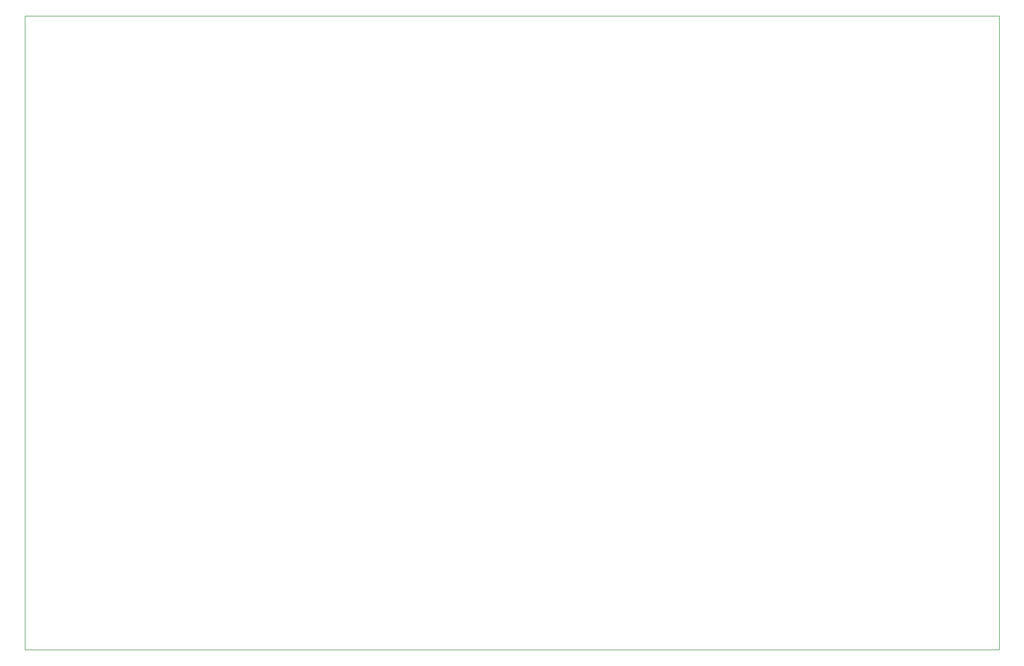
<source format=gm1>
G04 #@! TF.GenerationSoftware,KiCad,Pcbnew,7.0.2*
G04 #@! TF.CreationDate,2023-10-09T18:02:17+02:00*
G04 #@! TF.ProjectId,Module_1,4d6f6475-6c65-45f3-912e-6b696361645f,rev?*
G04 #@! TF.SameCoordinates,Original*
G04 #@! TF.FileFunction,Profile,NP*
%FSLAX46Y46*%
G04 Gerber Fmt 4.6, Leading zero omitted, Abs format (unit mm)*
G04 Created by KiCad (PCBNEW 7.0.2) date 2023-10-09 18:02:17*
%MOMM*%
%LPD*%
G01*
G04 APERTURE LIST*
G04 #@! TA.AperFunction,Profile*
%ADD10C,0.100000*%
G04 #@! TD*
G04 APERTURE END LIST*
D10*
X60549000Y-35052000D02*
X216565000Y-35052000D01*
X216565000Y-136576000D01*
X60549000Y-136576000D01*
X60549000Y-35052000D01*
M02*

</source>
